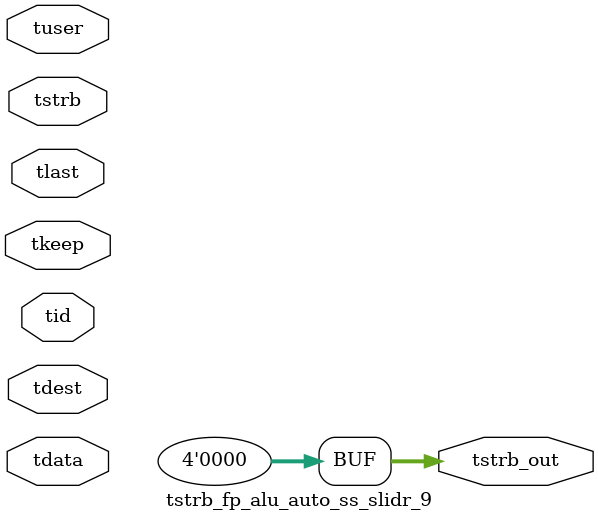
<source format=v>


`timescale 1ps/1ps

module tstrb_fp_alu_auto_ss_slidr_9 #
(
parameter C_S_AXIS_TDATA_WIDTH = 32,
parameter C_S_AXIS_TUSER_WIDTH = 0,
parameter C_S_AXIS_TID_WIDTH   = 0,
parameter C_S_AXIS_TDEST_WIDTH = 0,
parameter C_M_AXIS_TDATA_WIDTH = 32
)
(
input  [(C_S_AXIS_TDATA_WIDTH == 0 ? 1 : C_S_AXIS_TDATA_WIDTH)-1:0     ] tdata,
input  [(C_S_AXIS_TUSER_WIDTH == 0 ? 1 : C_S_AXIS_TUSER_WIDTH)-1:0     ] tuser,
input  [(C_S_AXIS_TID_WIDTH   == 0 ? 1 : C_S_AXIS_TID_WIDTH)-1:0       ] tid,
input  [(C_S_AXIS_TDEST_WIDTH == 0 ? 1 : C_S_AXIS_TDEST_WIDTH)-1:0     ] tdest,
input  [(C_S_AXIS_TDATA_WIDTH/8)-1:0 ] tkeep,
input  [(C_S_AXIS_TDATA_WIDTH/8)-1:0 ] tstrb,
input                                                                    tlast,
output [(C_M_AXIS_TDATA_WIDTH/8)-1:0 ] tstrb_out
);

assign tstrb_out = {1'b0};

endmodule


</source>
